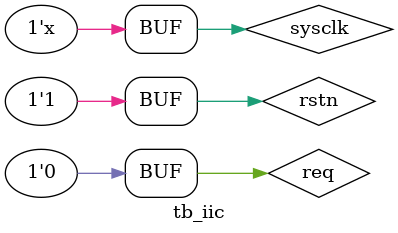
<source format=v>
`timescale 1ns/1ps

module tb_iic();

reg sysclk;
reg rstn;

reg req;


wire busy;
wire done;


reg [7:0] wr_data;
wire wr_valid;

//wire [7:0] rd_data;
//wire rd_valid;


IIC_M #(
    .ADDR_DIVICE_WIDTH (8),
    .DATA_WIDTH (8),

    .SYSCLK_FREQ (50_000_000),
    .IIC_FREQ (400_000),
    .byte_number_reg(1) //单字节的情况

)
iic_inst(
    .sysclk(sysclk),
    .rstn(rstn),

    //---------user---------
    .iic_req(req),
    .iic_mode(1'b0),//模式：0写，1读

    .iic_addr_divice(7'b000_0011),//设备地址
    .iic_addr_reg(16'b0000_0000_0000_0001),//寄存器地址

    .iic_busy(busy),
    .iic_done(done),


    .iic_wr_data(wr_data),
    .iic_wr_valid(wr_valid),
    .iic_wr_length(1),//写数据长度

    .iic_rd_data(),
    .iic_rd_valid(),
    .iic_rd_length(1),//读数据长度

    //---------IIC----------
    .iic_scl(),
    .iic_sda()
);

initial begin
    sysclk = 0;
end

initial begin
    rstn = 0;
    #100
    rstn = 1;
end

always #10 sysclk = ~sysclk;

initial begin
    req = 0;
    #200
    req = 1;
    #20
    req = 0;
    #200_000
    req = 1;
    #20
    req = 0;
end

always @(posedge sysclk) begin
    if(~rstn)
        wr_data <= 0;
    else if(wr_valid)
        wr_data <= wr_data + 1;
end

endmodule

</source>
